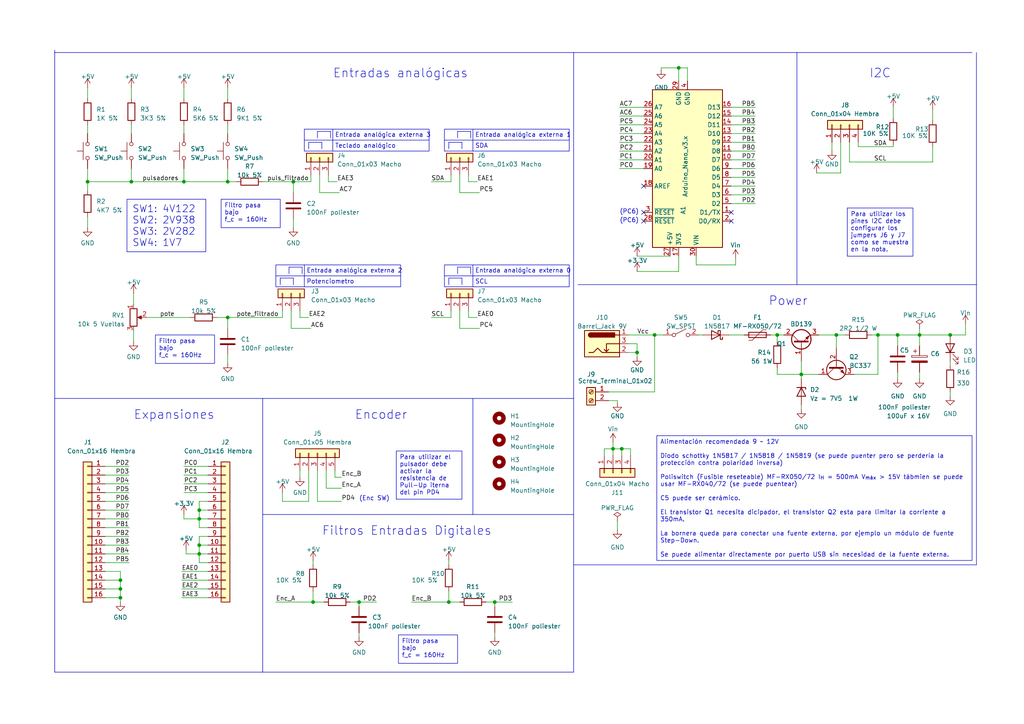
<source format=kicad_sch>
(kicad_sch (version 20230121) (generator eeschema)
  (paper "A4")
  (title_block (title "Placa Base") (date "2022-12-05") (rev "Rev 1.0") (company "E.E.S.T. N°1 V.L."))
  (lib_symbols
    (symbol "Connector:Barrel_Jack_Switch" (pin_names hide)
      (property "Reference" "J" (at 0 5.334 0))
      (property "Value" "Barrel_Jack_Switch" (at 0 -5.08 0))
      (symbol "Barrel_Jack_Switch_1_1"
        (pin passive line (at 7.62 2.54 180) (length 2.54) (name "~") (number "1"))
        (pin passive line (at 7.62 -2.54 180) (length 2.54) (name "~") (number "2"))
        (pin passive line (at 7.62 0 180) (length 2.54) (name "~") (number "3"))
      )
    )
    (symbol "Connector:Screw_Terminal_01x02" (pin_names (offset 1.016) hide)
      (property "Reference" "J" (at 0 2.54 0))
      (property "Value" "Screw_Terminal_01x02" (at 0 -5.08 0))
      (symbol "Screw_Terminal_01x02_1_1"
        (pin passive line (at -5.08 0 0) (length 3.81) (name "Pin_1") (number "1"))
        (pin passive line (at -5.08 -2.54 0) (length 3.81) (name "Pin_2") (number "2"))
      )
    )
    (symbol "Connector_Generic:Conn_01x03" (pin_names (offset 1.016) hide)
      (property "Reference" "J" (at 0 5.08 0))
      (property "Value" "Conn_01x03" (at 0 -5.08 0))
      (symbol "Conn_01x03_1_1"
        (pin passive line (at -5.08 2.54 0) (length 3.81) (name "Pin_1") (number "1"))
        (pin passive line (at -5.08 0 0) (length 3.81) (name "Pin_2") (number "2"))
        (pin passive line (at -5.08 -2.54 0) (length 3.81) (name "Pin_3") (number "3"))
      )
    )
    (symbol "Connector_Generic:Conn_01x04" (pin_names (offset 1.016) hide)
      (property "Reference" "J" (at 0 5.08 0))
      (property "Value" "Conn_01x04" (at 0 -7.62 0))
      (symbol "Conn_01x04_1_1"
        (pin passive line (at -5.08 2.54 0) (length 3.81) (name "Pin_1") (number "1"))
        (pin passive line (at -5.08 0 0) (length 3.81) (name "Pin_2") (number "2"))
        (pin passive line (at -5.08 -2.54 0) (length 3.81) (name "Pin_3") (number "3"))
        (pin passive line (at -5.08 -5.08 0) (length 3.81) (name "Pin_4") (number "4"))
      )
    )
    (symbol "Connector_Generic:Conn_01x05" (pin_names (offset 1.016) hide)
      (property "Reference" "J" (at 0 7.62 0))
      (property "Value" "Conn_01x05" (at 0 -7.62 0))
      (symbol "Conn_01x05_1_1"
        (pin passive line (at -5.08 5.08 0) (length 3.81) (name "Pin_1") (number "1"))
        (pin passive line (at -5.08 2.54 0) (length 3.81) (name "Pin_2") (number "2"))
        (pin passive line (at -5.08 0 0) (length 3.81) (name "Pin_3") (number "3"))
        (pin passive line (at -5.08 -2.54 0) (length 3.81) (name "Pin_4") (number "4"))
        (pin passive line (at -5.08 -5.08 0) (length 3.81) (name "Pin_5") (number "5"))
      )
    )
    (symbol "Connector_Generic:Conn_01x16" (pin_names (offset 1.016) hide)
      (property "Reference" "J" (at 0 20.32 0))
      (property "Value" "Conn_01x16" (at 0 -22.86 0))
      (symbol "Conn_01x16_1_1"
        (pin passive line (at -5.08 17.78 0) (length 3.81) (name "Pin_1") (number "1"))
        (pin passive line (at -5.08 -5.08 0) (length 3.81) (name "Pin_10") (number "10"))
        (pin passive line (at -5.08 -7.62 0) (length 3.81) (name "Pin_11") (number "11"))
        (pin passive line (at -5.08 -10.16 0) (length 3.81) (name "Pin_12") (number "12"))
        (pin passive line (at -5.08 -12.7 0) (length 3.81) (name "Pin_13") (number "13"))
        (pin passive line (at -5.08 -15.24 0) (length 3.81) (name "Pin_14") (number "14"))
        (pin passive line (at -5.08 -17.78 0) (length 3.81) (name "Pin_15") (number "15"))
        (pin passive line (at -5.08 -20.32 0) (length 3.81) (name "Pin_16") (number "16"))
        (pin passive line (at -5.08 15.24 0) (length 3.81) (name "Pin_2") (number "2"))
        (pin passive line (at -5.08 12.7 0) (length 3.81) (name "Pin_3") (number "3"))
        (pin passive line (at -5.08 10.16 0) (length 3.81) (name "Pin_4") (number "4"))
        (pin passive line (at -5.08 7.62 0) (length 3.81) (name "Pin_5") (number "5"))
        (pin passive line (at -5.08 5.08 0) (length 3.81) (name "Pin_6") (number "6"))
        (pin passive line (at -5.08 2.54 0) (length 3.81) (name "Pin_7") (number "7"))
        (pin passive line (at -5.08 0 0) (length 3.81) (name "Pin_8") (number "8"))
        (pin passive line (at -5.08 -2.54 0) (length 3.81) (name "Pin_9") (number "9"))
      )
    )
    (symbol "Device:C" (pin_numbers hide) (pin_names (offset 0.254))
      (property "Reference" "C" (at 0.635 2.54 0))
      (property "Value" "C" (at 0.635 -2.54 0))
      (symbol "C_1_1"
        (pin passive line (at 0 3.81 270) (length 2.794) (name "~") (number "1"))
        (pin passive line (at 0 -3.81 90) (length 2.794) (name "~") (number "2"))
      )
    )
    (symbol "Device:C_Polarized" (pin_numbers hide) (pin_names (offset 0.254))
      (property "Reference" "C" (at 0.635 2.54 0))
      (property "Value" "C_Polarized" (at 0.635 -2.54 0))
      (symbol "C_Polarized_1_1"
        (pin passive line (at 0 3.81 270) (length 2.794) (name "~") (number "1"))
        (pin passive line (at 0 -3.81 90) (length 2.794) (name "~") (number "2"))
      )
    )
    (symbol "Device:D_Zener" (pin_numbers hide) (pin_names (offset 1.016) hide)
      (property "Reference" "D" (at 0 2.54 0))
      (property "Value" "D_Zener" (at 0 -2.54 0))
      (symbol "D_Zener_1_1"
        (pin passive line (at -3.81 0 0) (length 2.54) (name "K") (number "1"))
        (pin passive line (at 3.81 0 180) (length 2.54) (name "A") (number "2"))
      )
    )
    (symbol "Device:LED" (pin_numbers hide) (pin_names (offset 1.016) hide)
      (property "Reference" "D" (at 0 2.54 0))
      (property "Value" "LED" (at 0 -2.54 0))
      (symbol "LED_1_1"
        (pin passive line (at -3.81 0 0) (length 2.54) (name "K") (number "1"))
        (pin passive line (at 3.81 0 180) (length 2.54) (name "A") (number "2"))
      )
    )
    (symbol "Device:Polyfuse" (pin_numbers hide) (pin_names (offset 0))
      (property "Reference" "F" (at -2.54 0 90))
      (property "Value" "Polyfuse" (at 2.54 0 90))
      (symbol "Polyfuse_1_1"
        (pin passive line (at 0 3.81 270) (length 1.27) (name "~") (number "1"))
        (pin passive line (at 0 -3.81 90) (length 1.27) (name "~") (number "2"))
      )
    )
    (symbol "Device:R" (pin_numbers hide) (pin_names (offset 0))
      (property "Reference" "R" (at 2.032 0 90))
      (property "Value" "R" (at 0 0 90))
      (symbol "R_1_1"
        (pin passive line (at 0 3.81 270) (length 1.27) (name "~") (number "1"))
        (pin passive line (at 0 -3.81 90) (length 1.27) (name "~") (number "2"))
      )
    )
    (symbol "Device:R_Potentiometer" (pin_names (offset 1.016) hide)
      (property "Reference" "RV" (at -4.445 0 90))
      (property "Value" "R_Potentiometer" (at -2.54 0 90))
      (symbol "R_Potentiometer_1_1"
        (pin passive line (at 0 3.81 270) (length 1.27) (name "1") (number "1"))
        (pin passive line (at 3.81 0 180) (length 1.27) (name "2") (number "2"))
        (pin passive line (at 0 -3.81 90) (length 1.27) (name "3") (number "3"))
      )
    )
    (symbol "Diode:1N5817" (pin_numbers hide) (pin_names (offset 1.016) hide)
      (property "Reference" "D" (at 0 2.54 0))
      (property "Value" "1N5817" (at 0 -2.54 0))
      (symbol "1N5817_1_1"
        (pin passive line (at -3.81 0 0) (length 2.54) (name "K") (number "1"))
        (pin passive line (at 3.81 0 180) (length 2.54) (name "A") (number "2"))
      )
    )
    (symbol "MCU_Module:Arduino_Nano_v3.x"
      (property "Reference" "A" (at -10.16 23.495 0))
      (property "Value" "Arduino_Nano_v3.x" (at 5.08 -24.13 0))
      (symbol "Arduino_Nano_v3.x_1_1"
        (pin bidirectional line (at -12.7 12.7 0) (length 2.54) (name "D1/TX") (number "1"))
        (pin bidirectional line (at -12.7 -2.54 0) (length 2.54) (name "D7") (number "10"))
        (pin bidirectional line (at -12.7 -5.08 0) (length 2.54) (name "D8") (number "11"))
        (pin bidirectional line (at -12.7 -7.62 0) (length 2.54) (name "D9") (number "12"))
        (pin bidirectional line (at -12.7 -10.16 0) (length 2.54) (name "D10") (number "13"))
        (pin bidirectional line (at -12.7 -12.7 0) (length 2.54) (name "D11") (number "14"))
        (pin bidirectional line (at -12.7 -15.24 0) (length 2.54) (name "D12") (number "15"))
        (pin bidirectional line (at -12.7 -17.78 0) (length 2.54) (name "D13") (number "16"))
        (pin power_out line (at 2.54 25.4 270) (length 2.54) (name "3V3") (number "17"))
        (pin input line (at 12.7 5.08 180) (length 2.54) (name "AREF") (number "18"))
        (pin bidirectional line (at 12.7 0 180) (length 2.54) (name "A0") (number "19"))
        (pin bidirectional line (at -12.7 15.24 0) (length 2.54) (name "D0/RX") (number "2"))
        (pin bidirectional line (at 12.7 -2.54 180) (length 2.54) (name "A1") (number "20"))
        (pin bidirectional line (at 12.7 -5.08 180) (length 2.54) (name "A2") (number "21"))
        (pin bidirectional line (at 12.7 -7.62 180) (length 2.54) (name "A3") (number "22"))
        (pin bidirectional line (at 12.7 -10.16 180) (length 2.54) (name "A4") (number "23"))
        (pin bidirectional line (at 12.7 -12.7 180) (length 2.54) (name "A5") (number "24"))
        (pin bidirectional line (at 12.7 -15.24 180) (length 2.54) (name "A6") (number "25"))
        (pin bidirectional line (at 12.7 -17.78 180) (length 2.54) (name "A7") (number "26"))
        (pin power_out line (at 5.08 25.4 270) (length 2.54) (name "+5V") (number "27"))
        (pin input line (at 12.7 15.24 180) (length 2.54) (name "~{RESET}") (number "28"))
        (pin power_in line (at 2.54 -25.4 90) (length 2.54) (name "GND") (number "29"))
        (pin input line (at 12.7 12.7 180) (length 2.54) (name "~{RESET}") (number "3"))
        (pin power_in line (at -2.54 25.4 270) (length 2.54) (name "VIN") (number "30"))
        (pin power_in line (at 0 -25.4 90) (length 2.54) (name "GND") (number "4"))
        (pin bidirectional line (at -12.7 10.16 0) (length 2.54) (name "D2") (number "5"))
        (pin bidirectional line (at -12.7 7.62 0) (length 2.54) (name "D3") (number "6"))
        (pin bidirectional line (at -12.7 5.08 0) (length 2.54) (name "D4") (number "7"))
        (pin bidirectional line (at -12.7 2.54 0) (length 2.54) (name "D5") (number "8"))
        (pin bidirectional line (at -12.7 0 0) (length 2.54) (name "D6") (number "9"))
      )
    )
    (symbol "Mechanical:MountingHole" (pin_names (offset 1.016))
      (property "Reference" "H" (at 0 5.08 0))
      (property "Value" "MountingHole" (at 0 3.175 0))
    )
    (symbol "R_1" (pin_numbers hide) (pin_names (offset 0))
      (property "Reference" "R" (at 2.032 0 90))
      (property "Value" "R" (at 0 0 90))
      (symbol "R_1_1_1"
        (pin passive line (at 0 3.81 270) (length 1.27) (name "~") (number "1"))
        (pin passive line (at 0 -3.81 90) (length 1.27) (name "~") (number "2"))
      )
    )
    (symbol "Switch:SW_Push" (pin_numbers hide) (pin_names (offset 1.016) hide)
      (property "Reference" "SW" (at 1.27 2.54 0))
      (property "Value" "SW_Push" (at 0 -1.524 0))
      (symbol "SW_Push_0_1"
        (pin passive line (at -5.08 0 0) (length 2.54) (name "1") (number "1"))
        (pin passive line (at 5.08 0 180) (length 2.54) (name "2") (number "2"))
      )
    )
    (symbol "Switch:SW_SPST" (pin_names (offset 0) hide)
      (property "Reference" "SW" (at 0 3.175 0))
      (property "Value" "SW_SPST" (at 0 -2.54 0))
      (symbol "SW_SPST_1_1"
        (pin passive line (at -5.08 0 0) (length 2.54) (name "A") (number "1"))
        (pin passive line (at 5.08 0 180) (length 2.54) (name "B") (number "2"))
      )
    )
    (symbol "Transistor_BJT:BC337" (pin_names (offset 0) hide)
      (property "Reference" "Q" (at 5.08 1.905 0))
      (property "Value" "BC337" (at 5.08 0 0))
      (symbol "BC337_1_1"
        (pin passive line (at 2.54 5.08 270) (length 2.54) (name "C") (number "1"))
        (pin input line (at -5.08 0 0) (length 5.08) (name "B") (number "2"))
        (pin passive line (at 2.54 -5.08 90) (length 2.54) (name "E") (number "3"))
      )
    )
    (symbol "Transistor_BJT:BD139" (pin_names (offset 0) hide)
      (property "Reference" "Q1" (at 0 5.715 90))
      (property "Value" "BD139" (at 5.715 0 90))
      (symbol "BD139_1_1"
        (pin input line (at -5.08 0 0) (length 5.08) (name "B") (number "1"))
        (pin passive line (at 2.54 5.08 270) (length 2.54) (name "C") (number "2"))
        (pin passive line (at 2.54 -5.08 90) (length 2.54) (name "E") (number "3"))
      )
    )
    (symbol "placa_base:Vin" (power) (pin_names (offset 0))
      (property "Value" "Vin" (at 0 3.81 0))
      (symbol "Vin_1_1"
        (pin power_in line (at 0 0 90) (length 0) hide (name "Vin") (number "1"))
      )
    )
    (symbol "power:+3.3V" (power) (pin_names (offset 0))
      (property "Value" "+3.3V" (at 0 3.556 0))
      (symbol "+3.3V_1_1"
        (pin power_in line (at 0 0 90) (length 0) hide (name "+3.3V") (number "1"))
      )
    )
    (symbol "power:+5V" (power) (pin_names (offset 0))
      (property "Value" "+5V" (at 0 3.556 0))
      (symbol "+5V_1_1"
        (pin power_in line (at 0 0 90) (length 0) hide (name "+5V") (number "1"))
      )
    )
    (symbol "power:GND" (power) (pin_names (offset 0))
      (property "Value" "GND" (at 0 -3.81 0))
      (symbol "GND_1_1"
        (pin power_in line (at 0 0 270) (length 0) hide (name "GND") (number "1"))
      )
    )
    (symbol "power:PWR_FLAG" (power) (pin_numbers hide) (pin_names (offset 0) hide)
      (property "Value" "PWR_FLAG" (at 0 3.81 0))
      (symbol "PWR_FLAG_0_0"
        (pin power_out line (at 0 0 90) (length 0) (name "pwr") (number "1"))
      )
    )
  )
  (junction (at 34.925 168.275))
  (junction (at 57.785 158.115))
  (junction (at 34.925 173.355))
  (junction (at 180.34 130.175))
  (junction (at 196.85 19.685))
  (junction (at 53.34 52.705))
  (junction (at 130.175 174.625))
  (junction (at 242.57 97.155))
  (junction (at 225.425 97.155))
  (junction (at 184.785 102.235))
  (junction (at 275.59 97.155))
  (junction (at 254.635 97.155))
  (junction (at 34.925 170.815))
  (junction (at 266.7 97.155))
  (junction (at 57.785 147.955))
  (junction (at 260.35 97.155))
  (junction (at 90.805 174.625))
  (junction (at 57.785 160.655))
  (junction (at 66.04 92.075))
  (junction (at 177.8 130.175))
  (junction (at 232.41 108.585))
  (junction (at 25.4 52.705))
  (junction (at 66.04 52.705))
  (junction (at 104.14 174.625))
  (junction (at 85.09 52.705))
  (junction (at 57.785 150.495))
  (junction (at 38.1 52.705))
  (junction (at 143.51 174.625))
  (junction (at 189.865 97.155))
  (no_connect (at 212.09 61.595))
  (no_connect (at 212.09 64.135))
  (no_connect (at 186.69 61.595))
  (no_connect (at 186.69 64.135))
  (no_connect (at 186.69 53.975))
  (polyline (pts (xy 166.37 194.945) (xy 166.37 115.57)))
  (wire (pts (xy 34.925 174.625) (xy 34.925 173.355)))
  (polyline (pts (xy 88.265 40.64) (xy 109.22 40.64)))
  (wire (pts (xy 232.41 108.585) (xy 232.41 109.855)))
  (wire (pts (xy 143.51 174.625) (xy 140.97 174.625)))
  (wire (pts (xy 125.095 52.705) (xy 130.81 52.705)))
  (wire (pts (xy 34.925 170.815) (xy 34.925 173.355)))
  (wire (pts (xy 246.38 46.99) (xy 270.51 46.99)))
  (wire (pts (xy 125.095 92.075) (xy 130.81 92.075)))
  (polyline (pts (xy 149.86 80.01) (xy 165.1 80.01)))
  (wire (pts (xy 201.93 74.295) (xy 201.93 76.835)))
  (wire (pts (xy 53.34 149.225) (xy 53.34 150.495)))
  (wire (pts (xy 212.09 31.115) (xy 219.075 31.115)))
  (wire (pts (xy 212.09 43.815) (xy 219.075 43.815)))
  (wire (pts (xy 52.705 173.355) (xy 60.325 173.355)))
  (polyline (pts (xy 93.345 41.275) (xy 93.345 43.18)))
  (polyline (pts (xy 283.21 163.83) (xy 166.37 163.83)))
  (wire (pts (xy 34.925 165.735) (xy 34.925 168.275)))
  (wire (pts (xy 66.04 52.705) (xy 68.58 52.705)))
  (wire (pts (xy 135.89 52.705) (xy 138.43 52.705)))
  (wire (pts (xy 275.59 113.665) (xy 275.59 114.935)))
  (polyline (pts (xy 92.075 38.1) (xy 95.885 38.1)))
  (wire (pts (xy 212.09 51.435) (xy 219.075 51.435)))
  (wire (pts (xy 202.565 97.155) (xy 203.835 97.155)))
  (wire (pts (xy 94.615 141.605) (xy 99.06 141.605)))
  (wire (pts (xy 30.48 150.495) (xy 37.465 150.495)))
  (wire (pts (xy 53.34 36.195) (xy 53.34 38.735)))
  (wire (pts (xy 280.035 93.98) (xy 280.035 97.155)))
  (wire (pts (xy 57.785 147.955) (xy 60.325 147.955)))
  (wire (pts (xy 133.35 55.88) (xy 139.065 55.88)))
  (wire (pts (xy 179.705 31.115) (xy 186.69 31.115)))
  (wire (pts (xy 57.785 150.495) (xy 60.325 150.495)))
  (polyline (pts (xy 130.175 80.645) (xy 133.985 80.645)))
  (polyline (pts (xy 89.535 41.275) (xy 93.345 41.275)))
  (polyline (pts (xy 136.525 38.1) (xy 136.525 40.005)))
  (wire (pts (xy 66.04 95.25) (xy 66.04 92.075)))
  (wire (pts (xy 133.35 90.17) (xy 133.35 95.25)))
  (wire (pts (xy 84.455 95.25) (xy 90.17 95.25)))
  (wire (pts (xy 260.35 97.155) (xy 260.35 100.33)))
  (wire (pts (xy 60.325 155.575) (xy 57.785 155.575)))
  (wire (pts (xy 30.48 153.035) (xy 37.465 153.035)))
  (wire (pts (xy 25.4 62.865) (xy 25.4 66.04)))
  (wire (pts (xy 212.09 48.895) (xy 219.075 48.895)))
  (wire (pts (xy 90.805 174.625) (xy 93.98 174.625)))
  (wire (pts (xy 179.705 48.895) (xy 186.69 48.895)))
  (polyline (pts (xy 96.52 37.465) (xy 96.52 43.815)))
  (polyline (pts (xy 100.965 80.01) (xy 116.205 80.01)))
  (wire (pts (xy 53.34 150.495) (xy 57.785 150.495)))
  (wire (pts (xy 179.07 151.13) (xy 179.07 153.67)))
  (polyline (pts (xy 231.14 15.24) (xy 231.14 82.55)))
  (wire (pts (xy 196.85 19.685) (xy 191.77 19.685)))
  (wire (pts (xy 241.3 41.275) (xy 241.3 43.815)))
  (wire (pts (xy 38.1 36.195) (xy 38.1 38.735)))
  (wire (pts (xy 92.71 55.88) (xy 98.425 55.88)))
  (wire (pts (xy 266.7 107.95) (xy 266.7 109.855)))
  (wire (pts (xy 90.805 162.56) (xy 90.805 163.83)))
  (wire (pts (xy 237.49 97.155) (xy 242.57 97.155)))
  (polyline (pts (xy 283.21 82.55) (xy 167.64 82.55)))
  (wire (pts (xy 104.14 183.515) (xy 104.14 184.785)))
  (wire (pts (xy 86.995 136.525) (xy 86.995 138.43)))
  (wire (pts (xy 212.09 46.355) (xy 219.075 46.355)))
  (polyline (pts (xy 15.875 114.935) (xy 15.875 194.945)))
  (wire (pts (xy 66.04 52.705) (xy 66.04 48.895)))
  (wire (pts (xy 242.57 97.155) (xy 242.57 100.965)))
  (wire (pts (xy 53.34 52.705) (xy 38.1 52.705)))
  (wire (pts (xy 57.785 160.655) (xy 60.325 160.655)))
  (polyline (pts (xy 15.875 14.605) (xy 15.875 114.935)))
  (wire (pts (xy 143.51 174.625) (xy 148.59 174.625)))
  (wire (pts (xy 90.17 52.705) (xy 90.17 50.8)))
  (wire (pts (xy 89.535 136.525) (xy 89.535 145.415)))
  (wire (pts (xy 97.155 138.43) (xy 99.06 138.43)))
  (wire (pts (xy 30.48 160.655) (xy 37.465 160.655)))
  (polyline (pts (xy 132.715 77.47) (xy 136.525 77.47)))
  (polyline (pts (xy 83.82 77.47) (xy 87.63 77.47)))
  (polyline (pts (xy 81.28 80.645) (xy 85.09 80.645)))
  (wire (pts (xy 252.73 97.155) (xy 254.635 97.155)))
  (wire (pts (xy 199.39 23.495) (xy 199.39 19.685)))
  (wire (pts (xy 53.34 137.795) (xy 60.325 137.795)))
  (wire (pts (xy 179.07 116.205) (xy 179.07 116.84)))
  (wire (pts (xy 225.425 108.585) (xy 232.41 108.585)))
  (wire (pts (xy 30.48 158.115) (xy 37.465 158.115)))
  (wire (pts (xy 275.59 104.775) (xy 275.59 106.045)))
  (wire (pts (xy 60.325 145.415) (xy 57.785 145.415)))
  (wire (pts (xy 34.925 168.275) (xy 34.925 170.815)))
  (polyline (pts (xy 137.16 115.57) (xy 137.16 149.225)))
  (wire (pts (xy 53.34 140.335) (xy 60.325 140.335)))
  (wire (pts (xy 248.92 41.275) (xy 248.92 42.545)))
  (wire (pts (xy 176.53 116.205) (xy 179.07 116.205)))
  (polyline (pts (xy 130.175 82.55) (xy 130.175 80.645)))
  (wire (pts (xy 254.635 108.585) (xy 254.635 97.155)))
  (wire (pts (xy 260.35 97.155) (xy 266.7 97.155)))
  (wire (pts (xy 30.48 163.195) (xy 37.465 163.195)))
  (wire (pts (xy 53.34 52.705) (xy 66.04 52.705)))
  (wire (pts (xy 246.38 41.275) (xy 246.38 46.99)))
  (wire (pts (xy 184.785 102.235) (xy 184.785 103.505)))
  (wire (pts (xy 130.81 90.17) (xy 130.81 92.075)))
  (polyline (pts (xy 132.715 38.1) (xy 136.525 38.1)))
  (wire (pts (xy 191.77 20.32) (xy 191.77 19.685)))
  (wire (pts (xy 270.51 31.75) (xy 270.51 34.925)))
  (wire (pts (xy 53.34 25.4) (xy 53.34 28.575)))
  (wire (pts (xy 53.34 48.895) (xy 53.34 52.705)))
  (wire (pts (xy 133.35 50.8) (xy 133.35 55.88)))
  (wire (pts (xy 86.995 92.075) (xy 89.535 92.075)))
  (wire (pts (xy 194.31 74.295) (xy 184.785 74.295)))
  (wire (pts (xy 34.925 165.735) (xy 30.48 165.735)))
  (wire (pts (xy 30.48 135.255) (xy 37.465 135.255)))
  (wire (pts (xy 53.34 135.255) (xy 60.325 135.255)))
  (wire (pts (xy 211.455 97.155) (xy 215.9 97.155)))
  (wire (pts (xy 196.85 23.495) (xy 196.85 19.685)))
  (wire (pts (xy 81.915 92.075) (xy 81.915 90.17)))
  (wire (pts (xy 85.09 55.88) (xy 85.09 52.705)))
  (wire (pts (xy 182.88 130.175) (xy 182.88 132.08)))
  (wire (pts (xy 177.8 130.175) (xy 180.34 130.175)))
  (wire (pts (xy 30.48 145.415) (xy 37.465 145.415)))
  (wire (pts (xy 104.14 174.625) (xy 109.22 174.625)))
  (wire (pts (xy 180.34 130.175) (xy 182.88 130.175)))
  (wire (pts (xy 225.425 97.155) (xy 227.33 97.155)))
  (polyline (pts (xy 109.22 40.64) (xy 124.46 40.64)))
  (polyline (pts (xy 76.2 149.225) (xy 166.37 149.225)))
  (wire (pts (xy 57.785 158.115) (xy 60.325 158.115)))
  (wire (pts (xy 180.34 130.175) (xy 180.34 132.08)))
  (polyline (pts (xy 15.875 194.945) (xy 76.2 194.945)))
  (wire (pts (xy 212.09 33.655) (xy 219.075 33.655)))
  (wire (pts (xy 57.785 150.495) (xy 57.785 153.035)))
  (polyline (pts (xy 130.175 41.275) (xy 133.985 41.275)))
  (wire (pts (xy 212.09 38.735) (xy 219.075 38.735)))
  (wire (pts (xy 225.425 99.06) (xy 225.425 97.155)))
  (wire (pts (xy 177.8 132.08) (xy 177.8 130.175)))
  (wire (pts (xy 266.7 95.25) (xy 266.7 97.155)))
  (polyline (pts (xy 15.875 115.57) (xy 166.37 115.57)))
  (wire (pts (xy 133.35 95.25) (xy 139.065 95.25)))
  (wire (pts (xy 175.26 130.175) (xy 177.8 130.175)))
  (wire (pts (xy 53.975 160.655) (xy 57.785 160.655)))
  (wire (pts (xy 52.705 165.735) (xy 60.325 165.735)))
  (wire (pts (xy 135.89 50.8) (xy 135.89 52.705)))
  (polyline (pts (xy 283.21 82.55) (xy 283.21 163.83)))
  (polyline (pts (xy 130.175 43.18) (xy 130.175 41.275)))
  (polyline (pts (xy 81.28 82.55) (xy 81.28 80.645)))
  (wire (pts (xy 66.04 92.075) (xy 81.915 92.075)))
  (wire (pts (xy 179.705 43.815) (xy 186.69 43.815)))
  (wire (pts (xy 212.09 41.275) (xy 219.075 41.275)))
  (wire (pts (xy 179.705 33.655) (xy 186.69 33.655)))
  (wire (pts (xy 259.08 41.91) (xy 259.08 42.545)))
  (wire (pts (xy 212.09 36.195) (xy 219.075 36.195)))
  (wire (pts (xy 259.08 31.115) (xy 259.08 34.29)))
  (wire (pts (xy 81.915 142.875) (xy 81.915 145.415)))
  (wire (pts (xy 85.09 52.705) (xy 90.17 52.705)))
  (wire (pts (xy 25.4 48.895) (xy 25.4 52.705)))
  (wire (pts (xy 135.89 90.17) (xy 135.89 92.075)))
  (wire (pts (xy 182.245 102.235) (xy 184.785 102.235)))
  (wire (pts (xy 225.425 106.68) (xy 225.425 108.585)))
  (wire (pts (xy 92.075 145.415) (xy 99.06 145.415)))
  (wire (pts (xy 236.855 50.165) (xy 243.84 50.165)))
  (wire (pts (xy 201.93 76.835) (xy 213.36 76.835)))
  (polyline (pts (xy 166.37 15.24) (xy 281.94 15.24)))
  (wire (pts (xy 177.8 128.27) (xy 177.8 130.175)))
  (wire (pts (xy 97.155 136.525) (xy 97.155 138.43)))
  (polyline (pts (xy 283.21 15.24) (xy 283.21 82.55)))
  (polyline (pts (xy 128.905 80.01) (xy 149.86 80.01)))
  (polyline (pts (xy 132.715 79.375) (xy 132.715 77.47)))
  (wire (pts (xy 66.04 92.075) (xy 62.865 92.075)))
  (polyline (pts (xy 137.16 37.465) (xy 137.16 43.815)))
  (polyline (pts (xy 137.16 76.835) (xy 137.16 83.185)))
  (wire (pts (xy 90.805 174.625) (xy 90.805 171.45)))
  (wire (pts (xy 130.175 174.625) (xy 130.175 171.45)))
  (wire (pts (xy 182.245 99.695) (xy 184.785 99.695)))
  (wire (pts (xy 89.535 145.415) (xy 81.915 145.415)))
  (wire (pts (xy 80.01 174.625) (xy 90.805 174.625)))
  (polyline (pts (xy 88.265 76.835) (xy 88.265 83.185)))
  (wire (pts (xy 57.785 158.115) (xy 57.785 160.655)))
  (wire (pts (xy 38.735 95.885) (xy 38.735 99.06)))
  (wire (pts (xy 38.1 48.895) (xy 38.1 52.705)))
  (wire (pts (xy 184.785 99.695) (xy 184.785 102.235)))
  (polyline (pts (xy 95.885 38.1) (xy 95.885 40.005)))
  (wire (pts (xy 189.865 97.155) (xy 182.245 97.155)))
  (polyline (pts (xy 149.86 40.64) (xy 165.1 40.64)))
  (wire (pts (xy 135.89 92.075) (xy 138.43 92.075)))
  (wire (pts (xy 38.735 85.09) (xy 38.735 88.265)))
  (wire (pts (xy 143.51 175.895) (xy 143.51 174.625)))
  (wire (pts (xy 213.36 76.835) (xy 213.36 74.93)))
  (wire (pts (xy 266.7 100.33) (xy 266.7 97.155)))
  (wire (pts (xy 260.35 107.95) (xy 260.35 109.855)))
  (wire (pts (xy 247.65 108.585) (xy 254.635 108.585)))
  (wire (pts (xy 119.38 174.625) (xy 130.175 174.625)))
  (wire (pts (xy 130.175 174.625) (xy 133.35 174.625)))
  (wire (pts (xy 179.705 46.355) (xy 186.69 46.355)))
  (wire (pts (xy 25.4 36.195) (xy 25.4 38.735)))
  (wire (pts (xy 53.975 159.385) (xy 53.975 160.655)))
  (wire (pts (xy 176.53 113.665) (xy 189.865 113.665)))
  (wire (pts (xy 179.705 41.275) (xy 186.69 41.275)))
  (wire (pts (xy 84.455 90.17) (xy 84.455 95.25)))
  (polyline (pts (xy 80.01 80.01) (xy 100.965 80.01)))
  (wire (pts (xy 30.48 142.875) (xy 37.465 142.875)))
  (wire (pts (xy 104.14 175.895) (xy 104.14 174.625)))
  (wire (pts (xy 30.48 155.575) (xy 37.465 155.575)))
  (polyline (pts (xy 76.2 194.945) (xy 76.2 115.57)))
  (wire (pts (xy 270.51 42.545) (xy 270.51 46.99)))
  (wire (pts (xy 232.41 117.475) (xy 232.41 118.745)))
  (wire (pts (xy 143.51 183.515) (xy 143.51 184.785)))
  (polyline (pts (xy 89.535 43.18) (xy 89.535 41.275)))
  (wire (pts (xy 212.09 59.055) (xy 219.075 59.055)))
  (wire (pts (xy 76.2 52.705) (xy 85.09 52.705)))
  (wire (pts (xy 30.48 170.815) (xy 34.925 170.815)))
  (wire (pts (xy 254.635 97.155) (xy 260.35 97.155)))
  (wire (pts (xy 248.92 42.545) (xy 259.08 42.545)))
  (wire (pts (xy 57.785 153.035) (xy 60.325 153.035)))
  (wire (pts (xy 25.4 52.705) (xy 25.4 55.245)))
  (wire (pts (xy 30.48 147.955) (xy 37.465 147.955)))
  (wire (pts (xy 95.25 52.705) (xy 97.79 52.705)))
  (wire (pts (xy 212.09 53.975) (xy 219.075 53.975)))
  (wire (pts (xy 57.785 160.655) (xy 57.785 163.195)))
  (wire (pts (xy 189.865 113.665) (xy 189.865 97.155)))
  (polyline (pts (xy 166.37 115.57) (xy 166.37 15.24)))
  (wire (pts (xy 95.25 50.8) (xy 95.25 52.705)))
  (wire (pts (xy 53.34 142.875) (xy 60.325 142.875)))
  (wire (pts (xy 66.04 25.4) (xy 66.04 28.575)))
  (wire (pts (xy 223.52 97.155) (xy 225.425 97.155)))
  (wire (pts (xy 130.175 162.56) (xy 130.175 163.83)))
  (wire (pts (xy 57.785 147.955) (xy 57.785 150.495)))
  (wire (pts (xy 25.4 25.4) (xy 25.4 28.575)))
  (wire (pts (xy 92.71 50.8) (xy 92.71 55.88)))
  (polyline (pts (xy 128.905 40.64) (xy 149.86 40.64)))
  (wire (pts (xy 243.84 41.275) (xy 243.84 50.165)))
  (polyline (pts (xy 136.525 77.47) (xy 136.525 79.375)))
  (wire (pts (xy 179.705 38.735) (xy 186.69 38.735)))
  (wire (pts (xy 196.85 78.74) (xy 196.85 74.295)))
  (wire (pts (xy 57.785 145.415) (xy 57.785 147.955)))
  (polyline (pts (xy 92.075 40.005) (xy 92.075 38.1)))
  (wire (pts (xy 184.785 78.74) (xy 196.85 78.74)))
  (polyline (pts (xy 133.985 80.645) (xy 133.985 82.55)))
  (wire (pts (xy 175.26 132.08) (xy 175.26 130.175)))
  (wire (pts (xy 189.865 97.155) (xy 192.405 97.155)))
  (wire (pts (xy 30.48 140.335) (xy 37.465 140.335)))
  (wire (pts (xy 57.785 163.195) (xy 60.325 163.195)))
  (wire (pts (xy 66.04 36.195) (xy 66.04 38.735)))
  (wire (pts (xy 104.14 174.625) (xy 101.6 174.625)))
  (polyline (pts (xy 83.82 79.375) (xy 83.82 77.47)))
  (wire (pts (xy 38.1 25.4) (xy 38.1 28.575)))
  (wire (pts (xy 92.075 136.525) (xy 92.075 145.415)))
  (wire (pts (xy 237.49 108.585) (xy 232.41 108.585)))
  (wire (pts (xy 275.59 97.155) (xy 280.035 97.155)))
  (wire (pts (xy 25.4 52.705) (xy 38.1 52.705)))
  (wire (pts (xy 66.04 102.87) (xy 66.04 105.41)))
  (wire (pts (xy 42.545 92.075) (xy 55.245 92.075)))
  (wire (pts (xy 57.785 155.575) (xy 57.785 158.115)))
  (wire (pts (xy 179.705 36.195) (xy 186.69 36.195)))
  (polyline (pts (xy 133.985 41.275) (xy 133.985 43.18)))
  (wire (pts (xy 94.615 136.525) (xy 94.615 141.605)))
  (wire (pts (xy 86.995 90.17) (xy 86.995 92.075)))
  (wire (pts (xy 85.09 63.5) (xy 85.09 66.04)))
  (polyline (pts (xy 87.63 77.47) (xy 87.63 79.375)))
  (wire (pts (xy 52.705 168.275) (xy 60.325 168.275)))
  (wire (pts (xy 30.48 173.355) (xy 34.925 173.355)))
  (wire (pts (xy 199.39 19.685) (xy 196.85 19.685)))
  (wire (pts (xy 242.57 97.155) (xy 245.11 97.155)))
  (wire (pts (xy 30.48 137.795) (xy 37.465 137.795)))
  (polyline (pts (xy 76.2 194.945) (xy 166.37 194.945)))
  (wire (pts (xy 232.41 104.775) (xy 232.41 108.585)))
  (wire (pts (xy 130.81 50.8) (xy 130.81 52.705)))
  (polyline (pts (xy 85.09 80.645) (xy 85.09 82.55)))
  (polyline (pts (xy 166.37 15.24) (xy 15.875 15.24)))
  (wire (pts (xy 30.48 168.275) (xy 34.925 168.275)))
  (polyline (pts (xy 132.715 40.005) (xy 132.715 38.1)))
  (wire (pts (xy 266.7 97.155) (xy 275.59 97.155)))
  (wire (pts (xy 212.09 56.515) (xy 219.075 56.515)))
  (wire (pts (xy 52.705 170.815) (xy 60.325 170.815)))
  (rectangle (start 128.905 76.835) (end 165.1 83.185))
  (rectangle (start 80.01 76.835) (end 116.205 83.185))
  (rectangle (start 88.265 37.465) (end 124.46 43.815))
  (rectangle (start 128.905 37.465) (end 165.1 43.815))
  (text_box "Filtro pasa bajo \nf_c = 160Hz" (at 64.135 57.785 0) (size 17.145 8.255) (effects (font (size 1.27 1.27)) (justify left top)))
  (text_box "SW1: 4V122\nSW2: 2V938\nSW3: 2V282\nSW4: 1V7" (at 36.83 57.785 0) (size 22.86 15.24) (effects (font (size 2.032 2.032)) (justify left top)))
  (text_box "Filtro pasa bajo \nf_c = 160Hz" (at 45.085 97.155 0) (size 17.145 8.255) (effects (font (size 1.27 1.27)) (justify left top)))
  (text_box "Alimentación recomendada 9 ~ 12V\n\nDiodo schottky 1N5817 / 1N5818 / 1N5819 (se puede puenter pero se perdería la protección contra polaridad inversa)\n\nPoliswitch (Fusible reseteable) MF-RX050/72 I_{H} = 500mA V_{máx} > 15V tábmien se puede usar MF-RX040/72 (se puede puentear)\n\nC5 puede ser cerámico.\n\nEl transistor Q1 necesita dicipador, el transistor Q2 esta para limitar la corriente a 350mA.\n\nLa bornera queda para conectar una fuente externa, por ejemplo un módulo de fuente Step-Down.\n\nSe puede alimentar directamente por puerto USB sin necesidad de la fuente externa." (at 190.5 126.365 0) (size 91.44 36.195) (effects (font (size 1.27 1.27)) (justify left top)))
  (text_box "Para utilizar el pulsador debe activar la resistencia de Pull-Up iterna del pin PD4" (at 114.935 130.81 0) (size 19.05 13.97) (effects (font (size 1.27 1.27)) (justify left top)))
  (text_box "Para utilizar los pines I2C debe configurar los jumpers J6 y J7 como se muestra en la nota." (at 245.745 60.325 0) (size 19.05 13.97) (effects (font (size 1.27 1.27)) (justify left top)))
  (text_box "Filtro pasa bajo \nf_c = 160Hz" (at 115.57 184.15 0) (size 17.145 8.255) (effects (font (size 1.27 1.27)) (justify left top)))
  (text "Entrada analógica externa 0" (at 137.795 79.375 0) (effects (font (size 1.27 1.27)) (justify left bottom)))
  (text "Entrada analógica externa 1" (at 137.795 40.005 0) (effects (font (size 1.27 1.27)) (justify left bottom)))
  (text "SCL" (at 137.795 82.55 0) (effects (font (size 1.27 1.27)) (justify left bottom)))
  (text "(PC6)" (at 179.705 62.23 0) (effects (font (size 1.27 1.27)) (justify left bottom)))
  (text "(PC6)" (at 179.705 64.77 0) (effects (font (size 1.27 1.27)) (justify left bottom)))
  (text "Encoder" (at 102.87 121.92 0) (effects (font (size 2.54 2.54)) (justify left bottom)))
  (text "Power" (at 222.885 88.9 0) (effects (font (size 2.54 2.54)) (justify left bottom)))
  (text "Entrada analógica externa 2" (at 88.9 79.375 0) (effects (font (size 1.27 1.27)) (justify left bottom)))
  (text "SDA" (at 137.795 43.18 0) (effects (font (size 1.27 1.27)) (justify left bottom)))
  (text "I2C" (at 252.095 22.86 0) (effects (font (size 2.54 2.54)) (justify left bottom)))
  (text "Filtros Entradas Digitales" (at 93.345 155.575 0) (effects (font (size 2.54 2.54)) (justify left bottom)))
  (text "Entrada analógica externa 3" (at 97.155 40.005 0) (effects (font (size 1.27 1.27)) (justify left bottom)))
  (text "Expansiones" (at 38.735 121.92 0) (effects (font (size 2.54 2.54)) (justify left bottom)))
  (text "Teclado analógico" (at 97.155 43.18 0) (effects (font (size 1.27 1.27)) (justify left bottom)))
  (text "(Enc SW)" (at 104.14 145.415 0) (effects (font (size 1.27 1.27)) (justify left bottom)))
  (text "Entradas analógicas" (at 96.52 22.86 0) (effects (font (size 2.54 2.54)) (justify left bottom)))
  (text "Potenciometro" (at 88.9 82.55 0) (effects (font (size 1.27 1.27)) (justify left bottom)))
  (label "SCL" (at 257.175 46.99 180))
  (label "PD7" (at 37.465 147.955 180))
  (label "PB2" (at 37.465 155.575 180))
  (label "PC2" (at 179.705 43.815 0))
  (label "EAE3" (at 52.705 173.355 0))
  (label "EAE1" (at 52.705 168.275 0))
  (label "AC7" (at 98.425 55.88 0))
  (label "PD4" (at 37.465 140.335 180))
  (label "PB4" (at 37.465 160.655 180))
  (label "PD2" (at 37.465 135.255 180))
  (label "PD6" (at 37.465 145.415 180))
  (label "PD3" (at 219.075 56.515 180))
  (label "Enc_A" (at 99.06 141.605 0))
  (label "PC5" (at 179.705 36.195 0))
  (label "PB0" (at 37.465 150.495 180))
  (label "PD4" (at 219.075 53.975 180))
  (label "SDA" (at 257.175 42.545 180))
  (label "PB1" (at 37.465 153.035 180))
  (label "AC7" (at 179.705 31.115 0))
  (label "PB3" (at 37.465 158.115 180))
  (label "PC2" (at 53.34 140.335 0))
  (label "PC0" (at 179.705 48.895 0))
  (label "SDA" (at 125.095 52.705 0))
  (label "Enc_B" (at 119.38 174.625 0))
  (label "Vcc" (at 184.785 97.155 0))
  (label "EAE2" (at 89.535 92.075 0))
  (label "PD3" (at 37.465 137.795 180))
  (label "SCL" (at 125.095 92.075 0))
  (label "PD7" (at 219.075 46.355 180))
  (label "PB3" (at 219.075 36.195 180))
  (label "pote_filtrado" (at 68.58 92.075 0))
  (label "AC6" (at 90.17 95.25 0))
  (label "pote" (at 46.355 92.075 0))
  (label "PC4" (at 139.065 95.25 0))
  (label "EAE2" (at 52.705 170.815 0))
  (label "puls_filtrado" (at 77.47 52.705 0))
  (label "PC3" (at 53.34 142.875 0))
  (label "PC0" (at 53.34 135.255 0))
  (label "PB0" (at 219.075 43.815 180))
  (label "Enc_A" (at 80.01 174.625 0))
  (label "PC1" (at 179.705 46.355 0))
  (label "PD6" (at 219.075 48.895 180))
  (label "EAE1" (at 138.43 52.705 0))
  (label "PB5" (at 219.075 31.115 180))
  (label "PB5" (at 37.465 163.195 180))
  (label "PC5" (at 139.065 55.88 0))
  (label "PB4" (at 219.075 33.655 180))
  (label "PC3" (at 179.705 41.275 0))
  (label "PB1" (at 219.075 41.275 180))
  (label "pulsadores" (at 41.275 52.705 0))
  (label "PD5" (at 37.465 142.875 180))
  (label "PD2" (at 219.075 59.055 180))
  (label "EAE0" (at 52.705 165.735 0))
  (label "PD4" (at 99.06 145.415 0))
  (label "PC4" (at 179.705 38.735 0))
  (label "PD2" (at 109.22 174.625 180))
  (label "PD5" (at 219.075 51.435 180))
  (label "Enc_B" (at 99.06 138.43 0))
  (label "PB2" (at 219.075 38.735 180))
  (label "EAE0" (at 138.43 92.075 0))
  (label "EAE3" (at 97.79 52.705 0))
  (label "AC6" (at 179.705 33.655 0))
  (label "PC1" (at 53.34 137.795 0))
  (label "PD3" (at 148.59 174.625 180))
  (symbol (lib_id "Switch:SW_Push") (at 66.04 43.815 90) (unit 1)
    (property "Reference" "SW4" (at 67.945 43.18 90) (effects (justify right)))
    (property "Value" "SW_Push" (at 67.945 45.72 90) (effects (justify right)))
    (property "Footprint" "Button_Switch_THT:SW_PUSH_6mm_H8mm" (effects hide))
  )
  (symbol (lib_id "power:+5V") (at 53.975 159.385 0) (unit 1)
    (property "Reference" "#PWR0105" (effects hide))
    (property "Value" "+5V" (at 53.975 156.21 0))
  )
  (symbol (lib_id "power:+5V") (at 53.34 25.4 0) (unit 1)
    (property "Reference" "#PWR07" (effects hide))
    (property "Value" "+5V" (at 53.34 22.225 0))
  )
  (symbol (lib_id "Connector_Generic:Conn_01x05") (at 92.075 131.445 90) (unit 1)
    (property "Reference" "J5" (at 92.075 125.73 90))
    (property "Value" "Conn_01x05 Hembra" (at 92.075 128.27 90))
    (property "Footprint" "Connector_PinSocket_2.54mm:PinSocket_1x05_P2.54mm_Vertical" (effects hide))
  )
  (symbol (lib_id "Device:R_Potentiometer") (at 38.735 92.075 0) (unit 1)
    (property "Reference" "RV1" (at 36.195 91.44 0) (effects (justify right)))
    (property "Value" "10k 5 Vueltas" (at 36.195 93.98 0) (effects (justify right)))
    (property "Footprint" "Potentiometer_THT:Potentiometer_Bourns_3266Y_Vertical" (effects hide))
  )
  (symbol (lib_id "Mechanical:MountingHole") (at 144.78 140.335 0) (unit 1)
    (property "Reference" "H4" (at 147.955 139.7 0) (effects (justify left)))
    (property "Value" "MountingHole" (at 147.955 142.24 0) (effects (justify left)))
    (property "Footprint" "MountingHole:MountingHole_3.2mm_M3" (effects hide))
  )
  (symbol (lib_id "power:GND") (at 260.35 109.855 0) (unit 1)
    (property "Reference" "#PWR030" (effects hide))
    (property "Value" "GND" (at 260.35 114.935 0))
  )
  (symbol (lib_id "power:GND") (at 191.77 20.32 0) (unit 1)
    (property "Reference" "#PWR024" (effects hide))
    (property "Value" "GND" (at 191.77 25.4 0))
  )
  (symbol (lib_id "power:+5V") (at 130.175 162.56 0) (unit 1)
    (property "Reference" "#PWR020" (effects hide))
    (property "Value" "+5V" (at 130.175 159.385 0))
  )
  (symbol (lib_id "MCU_Module:Arduino_Nano_v3.x") (at 199.39 48.895 180) (unit 1)
    (property "Reference" "A1" (at 198.12 60.96 90))
    (property "Value" "Arduino_Nano_v3.x" (at 198.755 48.26 90))
    (property "Footprint" "Module:Arduino_Nano" (effects hide))
    (property "Datasheet" "http://www.mouser.com/pdfdocs/Gravitech_Arduino_Nano3_0.pdf" (effects hide))
  )
  (symbol (lib_name "R_1") (lib_id "Device:R") (at 270.51 38.735 0) (unit 1)
    (property "Reference" "R13" (at 265.43 37.465 0) (effects (justify left)))
    (property "Value" "10K 5%" (at 261.62 39.37 0) (effects (justify left)))
    (property "Footprint" "Resistor_THT:R_Axial_DIN0207_L6.3mm_D2.5mm_P10.16mm_Horizontal" (effects hide))
  )
  (symbol (lib_id "Device:R") (at 97.79 174.625 90) (unit 1)
    (property "Reference" "R9" (at 97.79 170.18 90))
    (property "Value" "10k 5%" (at 97.79 172.72 90))
    (property "Footprint" "Resistor_THT:R_Axial_DIN0207_L6.3mm_D2.5mm_P10.16mm_Horizontal" (effects hide))
  )
  (symbol (lib_id "Connector_Generic:Conn_01x04") (at 177.8 137.16 90) (mirror x) (unit 1)
    (property "Reference" "J11" (at 179.07 142.875 90))
    (property "Value" "Conn_01x04 Macho" (at 179.07 140.335 90))
    (property "Footprint" "Connector_PinHeader_2.54mm:PinHeader_1x04_P2.54mm_Vertical" (effects hide))
  )
  (symbol (lib_id "Device:C") (at 104.14 179.705 0) (unit 1)
    (property "Reference" "C3" (at 107.95 179.07 0) (effects (justify left)))
    (property "Value" "100nF poliester " (at 106.68 181.61 0) (effects (justify left)))
    (property "Footprint" "Capacitor_THT:C_Disc_D7.5mm_W5.0mm_P7.50mm" (effects hide))
  )
  (symbol (lib_id "power:+5V") (at 81.915 142.875 0) (unit 1)
    (property "Reference" "#PWR014" (effects hide))
    (property "Value" "+5V" (at 81.915 139.7 0))
  )
  (symbol (lib_id "Mechanical:MountingHole") (at 144.78 127.635 0) (unit 1)
    (property "Reference" "H2" (at 147.955 127 0) (effects (justify left)))
    (property "Value" "MountingHole" (at 147.955 129.54 0) (effects (justify left)))
    (property "Footprint" "MountingHole:MountingHole_3.2mm_M3" (effects hide))
  )
  (symbol (lib_id "power:GND") (at 85.09 66.04 0) (unit 1)
    (property "Reference" "#PWR013" (effects hide))
    (property "Value" "GND" (at 85.09 70.485 0))
  )
  (symbol (lib_id "power:+3.3V") (at 184.785 78.74 0) (unit 1)
    (property "Reference" "#PWR023" (effects hide))
    (property "Value" "+3.3V" (at 184.785 75.565 0))
  )
  (symbol (lib_id "Mechanical:MountingHole") (at 144.78 121.285 0) (unit 1)
    (property "Reference" "H1" (at 147.955 120.65 0) (effects (justify left)))
    (property "Value" "MountingHole" (at 147.955 123.19 0) (effects (justify left)))
    (property "Footprint" "MountingHole:MountingHole_3.2mm_M3" (effects hide))
  )
  (symbol (lib_id "power:+3.3V") (at 53.34 149.225 0) (unit 1)
    (property "Reference" "#PWR0106" (effects hide))
    (property "Value" "+3.3V" (at 53.34 146.05 0))
  )
  (symbol (lib_id "power:GND") (at 232.41 118.745 0) (unit 1)
    (property "Reference" "#PWR025" (effects hide))
    (property "Value" "GND" (at 232.41 123.825 0))
  )
  (symbol (lib_id "power:GND") (at 34.925 174.625 0) (unit 1)
    (property "Reference" "#PWR03" (effects hide))
    (property "Value" "GND" (at 34.925 179.07 0))
  )
  (symbol (lib_id "placa_base:Vin") (at 177.8 128.27 0) (unit 1)
    (property "Reference" "#PWR0103" (effects hide))
    (property "Value" "Vin" (at 177.8 124.46 0))
  )
  (symbol (lib_id "Connector_Generic:Conn_01x03") (at 92.71 45.72 90) (unit 1)
    (property "Reference" "J4" (at 97.79 45.085 90) (effects (justify right)))
    (property "Value" "Conn_01x03 Macho" (at 97.79 47.625 90) (effects (justify right)))
    (property "Footprint" "Connector_PinHeader_2.54mm:PinHeader_1x03_P2.54mm_Vertical" (effects hide))
  )
  (symbol (lib_id "power:GND") (at 66.04 105.41 0) (unit 1)
    (property "Reference" "#PWR09" (effects hide))
    (property "Value" "GND" (at 66.04 109.855 0))
  )
  (symbol (lib_id "Device:C") (at 260.35 104.14 0) (unit 1)
    (property "Reference" "C5" (at 260.985 101.6 0) (effects (justify left)))
    (property "Value" "100nF poliester" (at 254.635 118.11 0) (effects (justify left)))
    (property "Footprint" "Capacitor_THT:C_Disc_D7.5mm_W5.0mm_P7.50mm" (effects hide))
  )
  (symbol (lib_id "power:+5V") (at 259.08 31.115 0) (unit 1)
    (property "Reference" "#PWR026" (effects hide))
    (property "Value" "+5V" (at 259.08 27.94 0))
  )
  (symbol (lib_id "power:GND") (at 38.735 99.06 0) (unit 1)
    (property "Reference" "#PWR06" (effects hide))
    (property "Value" "GND" (at 38.735 103.505 0))
  )
  (symbol (lib_id "Switch:SW_Push") (at 25.4 43.815 90) (unit 1)
    (property "Reference" "SW1" (at 27.305 43.18 90) (effects (justify right)))
    (property "Value" "SW_Push" (at 27.305 45.72 90) (effects (justify right)))
    (property "Footprint" "Button_Switch_THT:SW_PUSH_6mm_H8mm" (effects hide))
  )
  (symbol (lib_id "Transistor_BJT:BD139") (at 232.41 99.695 90) (unit 1)
    (property "Reference" "Q1" (at 226.695 99.695 90))
    (property "Value" "BD139" (at 232.41 93.98 90))
    (property "Footprint" "Package_TO_SOT_THT:TO-126-3_Vertical" (effects hide))
    (property "Datasheet" "http://www.st.com/internet/com/TECHNICAL_RESOURCES/TECHNICAL_LITERATURE/DATASHEET/CD00001225.pdf" (effects hide))
  )
  (symbol (lib_id "Device:C_Polarized") (at 266.7 104.14 0) (unit 1)
    (property "Reference" "C6" (at 269.875 102.616 0) (effects (justify left)))
    (property "Value" "100uF x 16V" (at 257.175 120.65 0) (effects (justify left)))
    (property "Footprint" "Capacitor_THT:CP_Radial_D7.5mm_P2.50mm" (effects hide))
  )
  (symbol (lib_id "Device:LED") (at 275.59 100.965 90) (unit 1)
    (property "Reference" "D3" (at 279.4 101.9175 90) (effects (justify right)))
    (property "Value" "LED" (at 279.4 104.4575 90) (effects (justify right)))
    (property "Footprint" "LED_THT:LED_D3.0mm" (effects hide))
  )
  (symbol (lib_id "Connector_Generic:Conn_01x03") (at 133.35 45.72 90) (unit 1)
    (property "Reference" "J6" (at 138.43 45.085 90) (effects (justify right)))
    (property "Value" "Conn_01x03 Macho" (at 138.43 47.625 90) (effects (justify right)))
    (property "Footprint" "Connector_PinHeader_2.54mm:PinHeader_1x03_P2.54mm_Vertical" (effects hide))
  )
  (symbol (lib_id "Device:R") (at 59.055 92.075 90) (unit 1)
    (property "Reference" "R5" (at 59.055 87.63 90))
    (property "Value" "10k 5%" (at 59.055 90.17 90))
    (property "Footprint" "Resistor_THT:R_Axial_DIN0207_L6.3mm_D2.5mm_P10.16mm_Horizontal" (effects hide))
  )
  (symbol (lib_id "power:GND") (at 104.14 184.785 0) (unit 1)
    (property "Reference" "#PWR017" (effects hide))
    (property "Value" "GND" (at 104.14 189.23 0))
  )
  (symbol (lib_id "power:GND") (at 25.4 66.04 0) (unit 1)
    (property "Reference" "#PWR02" (effects hide))
    (property "Value" "GND" (at 25.4 70.485 0))
  )
  (symbol (lib_id "power:GND") (at 179.07 116.84 0) (unit 1)
    (property "Reference" "#PWR029" (effects hide))
    (property "Value" "GND" (at 179.07 120.65 0))
  )
  (symbol (lib_id "power:GND") (at 241.3 43.815 0) (unit 1)
    (property "Reference" "#PWR019" (effects hide))
    (property "Value" "GND" (at 241.3 47.625 0))
  )
  (symbol (lib_id "placa_base:Vin") (at 280.035 93.98 0) (unit 1)
    (property "Reference" "#PWR0104" (effects hide))
    (property "Value" "Vin" (at 280.035 90.805 0))
  )
  (symbol (lib_id "Device:C") (at 85.09 59.69 0) (unit 1)
    (property "Reference" "C2" (at 88.9 59.055 0) (effects (justify left)))
    (property "Value" "100nF poliester " (at 88.9 61.595 0) (effects (justify left)))
    (property "Footprint" "Capacitor_THT:C_Disc_D7.5mm_W5.0mm_P7.50mm" (effects hide))
  )
  (symbol (lib_id "Connector_Generic:Conn_01x04") (at 243.84 36.195 90) (unit 1)
    (property "Reference" "J8" (at 245.11 30.48 90))
    (property "Value" "Conn_01x04 Hembra" (at 245.11 33.02 90))
    (property "Footprint" "Connector_PinSocket_2.54mm:PinSocket_1x04_P2.54mm_Vertical" (effects hide))
  )
  (symbol (lib_id "power:GND") (at 266.7 109.855 0) (unit 1)
    (property "Reference" "#PWR031" (effects hide))
    (property "Value" "GND" (at 266.7 114.935 0))
  )
  (symbol (lib_id "power:+5V") (at 38.1 25.4 0) (unit 1)
    (property "Reference" "#PWR04" (effects hide))
    (property "Value" "+5V" (at 38.1 22.225 0))
  )
  (symbol (lib_id "Switch:SW_SPST") (at 197.485 97.155 0) (unit 1)
    (property "Reference" "SW5" (at 197.485 92.075 0))
    (property "Value" "SW_SPST" (at 197.485 94.615 0))
    (property "Footprint" "Button_Switch_THT:SW_DIP_SPSTx01_Slide_9.78x4.72mm_W7.62mm_P2.54mm" (effects hide))
  )
  (symbol (lib_name "R_1") (lib_id "Device:R") (at 259.08 38.1 0) (unit 1)
    (property "Reference" "R12" (at 254 36.83 0) (effects (justify left)))
    (property "Value" "10K 5%" (at 250.19 38.735 0) (effects (justify left)))
    (property "Footprint" "Resistor_THT:R_Axial_DIN0207_L6.3mm_D2.5mm_P10.16mm_Horizontal" (effects hide))
  )
  (symbol (lib_id "Mechanical:MountingHole") (at 144.78 133.985 0) (unit 1)
    (property "Reference" "H3" (at 147.955 133.35 0) (effects (justify left)))
    (property "Value" "MountingHole" (at 147.955 135.89 0) (effects (justify left)))
    (property "Footprint" "MountingHole:MountingHole_3.2mm_M3" (effects hide))
  )
  (symbol (lib_id "Device:R") (at 72.39 52.705 90) (unit 1)
    (property "Reference" "R7" (at 72.39 48.26 90))
    (property "Value" "10k 5%" (at 72.39 50.8 90))
    (property "Footprint" "Resistor_THT:R_Axial_DIN0207_L6.3mm_D2.5mm_P10.16mm_Horizontal" (effects hide))
  )
  (symbol (lib_id "placa_base:Vin") (at 213.36 74.93 0) (unit 1)
    (property "Reference" "#PWR0102" (effects hide))
    (property "Value" "Vin" (at 213.36 71.12 0))
  )
  (symbol (lib_id "Transistor_BJT:BC337") (at 242.57 106.045 90) (mirror x) (unit 1)
    (property "Reference" "Q2" (at 247.65 103.505 90))
    (property "Value" "BC337" (at 249.555 106.045 90))
    (property "Footprint" "Package_TO_SOT_THT:TO-92L_Wide" (effects hide))
    (property "Datasheet" "https://diotec.com/tl_files/diotec/files/pdf/datasheets/bc337.pdf" (effects hide))
  )
  (symbol (lib_id "Switch:SW_Push") (at 38.1 43.815 90) (unit 1)
    (property "Reference" "SW2" (at 40.005 43.18 90) (effects (justify right)))
    (property "Value" "SW_Push" (at 40.005 45.72 90) (effects (justify right)))
    (property "Footprint" "Button_Switch_THT:SW_PUSH_6mm_H8mm" (effects hide))
  )
  (symbol (lib_id "power:PWR_FLAG") (at 179.07 151.13 0) (unit 1)
    (property "Reference" "#FLG0101" (effects hide))
    (property "Value" "PWR_FLAG" (at 179.07 147.32 0))
  )
  (symbol (lib_id "power:PWR_FLAG") (at 266.7 95.25 0) (unit 1)
    (property "Reference" "#FLG0102" (effects hide))
    (property "Value" "PWR_FLAG" (at 266.7 91.44 0))
  )
  (symbol (lib_id "Device:D_Zener") (at 232.41 113.665 270) (unit 1)
    (property "Reference" "D2" (at 234.95 113.03 90) (effects (justify left)))
    (property "Value" "Vz = 7V5  1W" (at 234.95 115.57 90) (effects (justify left)))
    (property "Footprint" "Diode_THT:D_DO-41_SOD81_P12.70mm_Horizontal" (effects hide))
  )
  (symbol (lib_name "R_1") (lib_id "Device:R") (at 66.04 32.385 0) (unit 1)
    (property "Reference" "R6" (at 68.58 31.75 0) (effects (justify left)))
    (property "Value" "9K1 5%" (at 68.58 34.29 0) (effects (justify left)))
    (property "Footprint" "Resistor_THT:R_Axial_DIN0207_L6.3mm_D2.5mm_P10.16mm_Horizontal" (effects hide))
  )
  (symbol (lib_id "power:+5V") (at 66.04 25.4 0) (unit 1)
    (property "Reference" "#PWR08" (effects hide))
    (property "Value" "+5V" (at 66.04 22.225 0))
  )
  (symbol (lib_id "Connector_Generic:Conn_01x16") (at 25.4 153.035 0) (mirror y) (unit 1)
    (property "Reference" "J1" (at 26.67 128.27 0) (effects (justify left)))
    (property "Value" "Conn_01x16 Hembra" (at 39.37 130.81 0) (effects (justify left)))
    (property "Footprint" "Connector_PinSocket_2.54mm:PinSocket_1x16_P2.54mm_Vertical" (effects hide))
  )
  (symbol (lib_id "power:GND") (at 179.07 153.67 0) (unit 1)
    (property "Reference" "#PWR0101" (effects hide))
    (property "Value" "GND" (at 179.07 158.75 0))
  )
  (symbol (lib_id "Device:Polyfuse") (at 219.71 97.155 90) (unit 1)
    (property "Reference" "F1" (at 219.71 92.075 90))
    (property "Value" "MF-RX050/72" (at 219.71 94.615 90))
    (property "Footprint" "Fuse:Fuse_Bourns_MF-RHT050" (effects hide))
    (property "Datasheet" "https://ar.mouser.com/datasheet/2/54/mfrx72-777436.pdf" (effects hide))
  )
  (symbol (lib_id "Connector_Generic:Conn_01x03") (at 133.35 85.09 90) (unit 1)
    (property "Reference" "J7" (at 138.43 84.455 90) (effects (justify right)))
    (property "Value" "Conn_01x03 Macho" (at 138.43 86.995 90) (effects (justify right)))
    (property "Footprint" "Connector_PinHeader_2.54mm:PinHeader_1x03_P2.54mm_Vertical" (effects hide))
  )
  (symbol (lib_id "Device:R") (at 225.425 102.87 0) (unit 1)
    (property "Reference" "R14" (at 219.71 102.235 0) (effects (justify left)))
    (property "Value" "56 1W" (at 217.805 104.775 0) (effects (justify left)))
    (property "Footprint" "Resistor_THT:R_Axial_DIN0614_L14.3mm_D5.7mm_P25.40mm_Horizontal" (effects hide))
  )
  (symbol (lib_id "Connector:Barrel_Jack_Switch") (at 174.625 99.695 0) (unit 1)
    (property "Reference" "J10" (at 174.625 92.075 0))
    (property "Value" "Barrel_Jack 9V" (at 174.625 94.615 0))
    (property "Footprint" "Connector_BarrelJack:BarrelJack_Horizontal" (effects hide))
  )
  (symbol (lib_id "Diode:1N5817") (at 207.645 97.155 180) (unit 1)
    (property "Reference" "D1" (at 207.9625 92.075 0))
    (property "Value" "1N5817" (at 207.9625 94.615 0))
    (property "Footprint" "Diode_THT:D_DO-41_SOD81_P10.16mm_Horizontal" (effects hide))
    (property "Datasheet" "http://www.vishay.com/docs/88525/1n5817.pdf" (effects hide))
  )
  (symbol (lib_id "power:+5V") (at 270.51 31.75 0) (unit 1)
    (property "Reference" "#PWR027" (effects hide))
    (property "Value" "+5V" (at 270.51 28.575 0))
  )
  (symbol (lib_id "power:GND") (at 275.59 114.935 0) (unit 1)
    (property "Reference" "#PWR010" (effects hide))
    (property "Value" "GND" (at 275.59 120.015 0))
  )
  (symbol (lib_id "power:GND") (at 184.785 103.505 0) (unit 1)
    (property "Reference" "#PWR028" (effects hide))
    (property "Value" "GND" (at 184.785 107.315 0))
  )
  (symbol (lib_id "Connector:Screw_Terminal_01x02") (at 171.45 113.665 0) (mirror y) (unit 1)
    (property "Reference" "J9" (at 171.45 108.585 0))
    (property "Value" "Screw_Terminal_01x02" (at 178.435 110.49 0))
    (property "Footprint" "TerminalBlock_Phoenix:TerminalBlock_Phoenix_PT-1,5-2-5.0-H_1x02_P5.00mm_Horizontal" (effects hide))
  )
  (symbol (lib_id "Device:R") (at 25.4 59.055 0) (unit 1)
    (property "Reference" "R2" (at 27.94 58.42 0) (effects (justify left)))
    (property "Value" "4K7 5%" (at 27.94 60.96 0) (effects (justify left)))
    (property "Footprint" "Resistor_THT:R_Axial_DIN0207_L6.3mm_D2.5mm_P10.16mm_Horizontal" (effects hide))
  )
  (symbol (lib_id "Device:R") (at 53.34 32.385 0) (unit 1)
    (property "Reference" "R4" (at 55.88 31.75 0) (effects (justify left)))
    (property "Value" "5K6 5%" (at 55.88 34.29 0) (effects (justify left)))
    (property "Footprint" "Resistor_THT:R_Axial_DIN0207_L6.3mm_D2.5mm_P10.16mm_Horizontal" (effects hide))
  )
  (symbol (lib_id "Connector_Generic:Conn_01x03") (at 84.455 85.09 90) (unit 1)
    (property "Reference" "J3" (at 90.17 84.455 90) (effects (justify right)))
    (property "Value" "Conn_01x03 Macho" (at 90.17 86.995 90) (effects (justify right)))
    (property "Footprint" "Connector_PinHeader_2.54mm:PinHeader_1x03_P2.54mm_Vertical" (effects hide))
  )
  (symbol (lib_id "Device:C") (at 66.04 99.06 0) (unit 1)
    (property "Reference" "C1" (at 69.85 98.425 0) (effects (justify left)))
    (property "Value" "100nF poliester " (at 69.85 100.965 0) (effects (justify left)))
    (property "Footprint" "Capacitor_THT:C_Disc_D7.5mm_W5.0mm_P7.50mm" (effects hide))
  )
  (symbol (lib_name "R_1") (lib_id "Device:R") (at 130.175 167.64 0) (unit 1)
    (property "Reference" "R10" (at 125.095 166.37 0) (effects (justify left)))
    (property "Value" "10K 5%" (at 119.38 168.275 0) (effects (justify left)))
    (property "Footprint" "Resistor_THT:R_Axial_DIN0207_L6.3mm_D2.5mm_P10.16mm_Horizontal" (effects hide))
  )
  (symbol (lib_id "power:GND") (at 86.995 138.43 0) (unit 1)
    (property "Reference" "#PWR016" (effects hide))
    (property "Value" "GND" (at 86.995 142.875 0))
  )
  (symbol (lib_name "R_1") (lib_id "Device:R") (at 275.59 109.855 0) (unit 1)
    (property "Reference" "R16" (at 277.495 107.95 0) (effects (justify left)))
    (property "Value" "330" (at 277.495 111.125 0) (effects (justify left)))
    (property "Footprint" "Resistor_THT:R_Axial_DIN0207_L6.3mm_D2.5mm_P10.16mm_Horizontal" (effects hide))
  )
  (symbol (lib_name "R_1") (lib_id "Device:R") (at 90.805 167.64 0) (unit 1)
    (property "Reference" "R8" (at 85.725 166.37 0) (effects (justify left)))
    (property "Value" "10K 5%" (at 80.01 168.275 0) (effects (justify left)))
    (property "Footprint" "Resistor_THT:R_Axial_DIN0207_L6.3mm_D2.5mm_P10.16mm_Horizontal" (effects hide))
  )
  (symbol (lib_id "Device:R") (at 38.1 32.385 0) (unit 1)
    (property "Reference" "R3" (at 40.64 31.75 0) (effects (justify left)))
    (property "Value" "3K3 5%" (at 40.64 34.29 0) (effects (justify left)))
    (property "Footprint" "Resistor_THT:R_Axial_DIN0207_L6.3mm_D2.5mm_P10.16mm_Horizontal" (effects hide))
  )
  (symbol (lib_id "Connector_Generic:Conn_01x16") (at 65.405 153.035 0) (unit 1)
    (property "Reference" "J2" (at 64.135 128.27 0) (effects (justify left)))
    (property "Value" "Conn_01x16 Hembra" (at 53.34 130.81 0) (effects (justify left)))
    (property "Footprint" "Connector_PinSocket_2.54mm:PinSocket_1x16_P2.54mm_Vertical" (effects hide))
  )
  (symbol (lib_id "Device:R") (at 248.92 97.155 90) (unit 1)
    (property "Reference" "R15" (at 248.92 92.71 90))
    (property "Value" "2R2 1/2 W" (at 248.92 95.25 90))
    (property "Footprint" "Resistor_THT:R_Axial_DIN0309_L9.0mm_D3.2mm_P15.24mm_Horizontal" (effects hide))
  )
  (symbol (lib_id "Device:R") (at 25.4 32.385 0) (unit 1)
    (property "Reference" "R1" (at 27.94 31.75 0) (effects (justify left)))
    (property "Value" "1K 5%" (at 27.94 34.29 0) (effects (justify left)))
    (property "Footprint" "Resistor_THT:R_Axial_DIN0207_L6.3mm_D2.5mm_P10.16mm_Horizontal" (effects hide))
  )
  (symbol (lib_id "power:+5V") (at 38.735 85.09 0) (unit 1)
    (property "Reference" "#PWR05" (effects hide))
    (property "Value" "+5V" (at 38.735 81.915 0))
  )
  (symbol (lib_id "power:+5V") (at 236.855 50.165 0) (unit 1)
    (property "Reference" "#PWR018" (effects hide))
    (property "Value" "+5V" (at 236.855 46.99 0))
  )
  (symbol (lib_id "Switch:SW_Push") (at 53.34 43.815 90) (unit 1)
    (property "Reference" "SW3" (at 55.245 43.18 90) (effects (justify right)))
    (property "Value" "SW_Push" (at 55.245 45.72 90) (effects (justify right)))
    (property "Footprint" "Button_Switch_THT:SW_PUSH_6mm_H8mm" (effects hide))
  )
  (symbol (lib_id "power:+5V") (at 25.4 25.4 0) (unit 1)
    (property "Reference" "#PWR01" (effects hide))
    (property "Value" "+5V" (at 25.4 22.225 0))
  )
  (symbol (lib_id "power:+5V") (at 184.785 74.295 0) (unit 1)
    (property "Reference" "#PWR022" (effects hide))
    (property "Value" "+5V" (at 184.785 71.12 0))
  )
  (symbol (lib_id "power:GND") (at 143.51 184.785 0) (unit 1)
    (property "Reference" "#PWR021" (effects hide))
    (property "Value" "GND" (at 143.51 189.23 0))
  )
  (symbol (lib_id "power:+5V") (at 90.805 162.56 0) (unit 1)
    (property "Reference" "#PWR015" (effects hide))
    (property "Value" "+5V" (at 90.805 159.385 0))
  )
  (symbol (lib_id "Device:C") (at 143.51 179.705 0) (unit 1)
    (property "Reference" "C4" (at 147.32 179.07 0) (effects (justify left)))
    (property "Value" "100nF poliester " (at 147.32 181.61 0) (effects (justify left)))
    (property "Footprint" "Capacitor_THT:C_Disc_D7.5mm_W5.0mm_P7.50mm" (effects hide))
  )
  (symbol (lib_id "Device:R") (at 137.16 174.625 90) (unit 1)
    (property "Reference" "R11" (at 137.16 170.18 90))
    (property "Value" "10k 5%" (at 137.16 172.72 90))
    (property "Footprint" "Resistor_THT:R_Axial_DIN0207_L6.3mm_D2.5mm_P10.16mm_Horizontal" (effects hide))
  )
)
</source>
